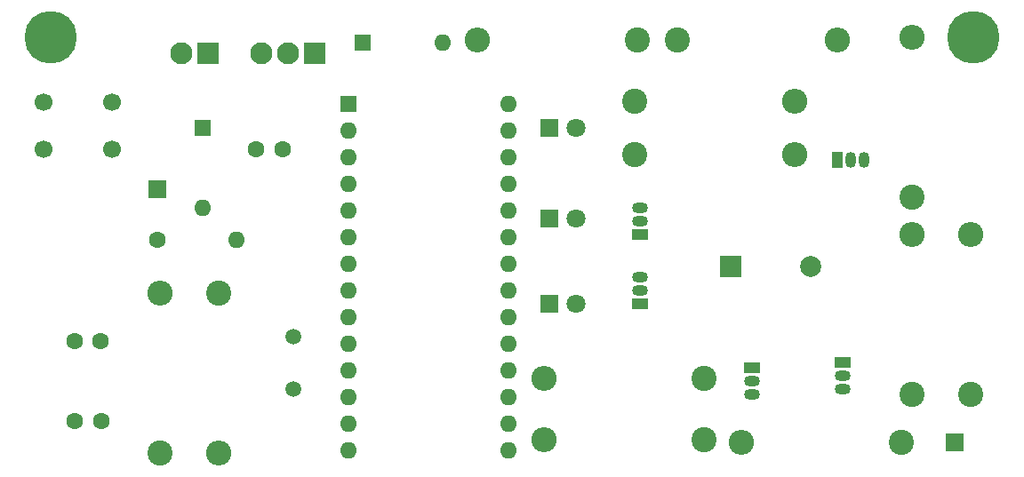
<source format=gbs>
G04 #@! TF.GenerationSoftware,KiCad,Pcbnew,(5.1.5)-3*
G04 #@! TF.CreationDate,2020-05-14T22:33:26-07:00*
G04 #@! TF.ProjectId,circuit_pj,63697263-7569-4745-9f70-6a2e6b696361,rev?*
G04 #@! TF.SameCoordinates,Original*
G04 #@! TF.FileFunction,Soldermask,Bot*
G04 #@! TF.FilePolarity,Negative*
%FSLAX46Y46*%
G04 Gerber Fmt 4.6, Leading zero omitted, Abs format (unit mm)*
G04 Created by KiCad (PCBNEW (5.1.5)-3) date 2020-05-14 22:33:26*
%MOMM*%
%LPD*%
G04 APERTURE LIST*
%ADD10C,1.500000*%
%ADD11O,1.600000X1.600000*%
%ADD12R,1.600000X1.600000*%
%ADD13R,1.700000X1.700000*%
%ADD14C,1.800000*%
%ADD15R,1.800000X1.800000*%
%ADD16C,2.000000*%
%ADD17R,2.000000X2.000000*%
%ADD18C,1.700000*%
%ADD19O,2.400000X2.400000*%
%ADD20C,2.400000*%
%ADD21C,2.100000*%
%ADD22R,2.100000X2.100000*%
%ADD23C,1.600000*%
%ADD24R,1.050000X1.500000*%
%ADD25O,1.050000X1.500000*%
%ADD26R,1.500000X1.050000*%
%ADD27O,1.500000X1.050000*%
%ADD28C,5.000000*%
G04 APERTURE END LIST*
D10*
X117348000Y-111332000D03*
X117348000Y-116332000D03*
D11*
X137864000Y-89138000D03*
X122624000Y-122158000D03*
X137864000Y-91678000D03*
X122624000Y-119618000D03*
X137864000Y-94218000D03*
X122624000Y-117078000D03*
X137864000Y-96758000D03*
X122624000Y-114538000D03*
X137864000Y-99298000D03*
X122624000Y-111998000D03*
X137864000Y-101838000D03*
X122624000Y-109458000D03*
X137864000Y-104378000D03*
X122624000Y-106918000D03*
X137864000Y-106918000D03*
X122624000Y-104378000D03*
X137864000Y-109458000D03*
X122624000Y-101838000D03*
X137864000Y-111998000D03*
X122624000Y-99298000D03*
X137864000Y-114538000D03*
X122624000Y-96758000D03*
X137864000Y-117078000D03*
X122624000Y-94218000D03*
X137864000Y-119618000D03*
X122624000Y-91678000D03*
X137864000Y-122158000D03*
D12*
X122624000Y-89138000D03*
D11*
X131572000Y-83312000D03*
D12*
X123952000Y-83312000D03*
D11*
X108712000Y-99060000D03*
D12*
X108712000Y-91440000D03*
D13*
X104394000Y-97282000D03*
X180340000Y-121412000D03*
D14*
X144272000Y-91440000D03*
D15*
X141732000Y-91440000D03*
D14*
X144272000Y-100076000D03*
D15*
X141732000Y-100076000D03*
D14*
X144272000Y-108204000D03*
D15*
X141732000Y-108204000D03*
D16*
X166604000Y-104648000D03*
D17*
X159004000Y-104648000D03*
D18*
X100076000Y-93472000D03*
X93576000Y-93472000D03*
X100076000Y-88972000D03*
X93576000Y-88972000D03*
D19*
X169164000Y-83058000D03*
D20*
X153924000Y-83058000D03*
D19*
X176276000Y-82804000D03*
D20*
X176276000Y-98044000D03*
D19*
X165100000Y-88900000D03*
D20*
X149860000Y-88900000D03*
D19*
X110236000Y-122428000D03*
D20*
X110236000Y-107188000D03*
D19*
X104648000Y-107188000D03*
D20*
X104648000Y-122428000D03*
D19*
X134874000Y-83058000D03*
D20*
X150114000Y-83058000D03*
D19*
X176276000Y-101600000D03*
D20*
X176276000Y-116840000D03*
D19*
X181864000Y-101600000D03*
D20*
X181864000Y-116840000D03*
D19*
X165100000Y-93980000D03*
D20*
X149860000Y-93980000D03*
D19*
X141224000Y-115316000D03*
D20*
X156464000Y-115316000D03*
D19*
X160020000Y-121412000D03*
D20*
X175260000Y-121412000D03*
X156464000Y-121158000D03*
D19*
X141224000Y-121158000D03*
D21*
X114300000Y-84328000D03*
X116840000Y-84328000D03*
D22*
X119380000Y-84328000D03*
D21*
X106680000Y-84328000D03*
D22*
X109220000Y-84328000D03*
D23*
X96560000Y-119380000D03*
X99060000Y-119380000D03*
X113832000Y-93472000D03*
X116332000Y-93472000D03*
X99020000Y-111760000D03*
X96520000Y-111760000D03*
D11*
X111894000Y-102108000D03*
D23*
X104394000Y-102108000D03*
D24*
X169164000Y-94488000D03*
D25*
X171704000Y-94488000D03*
X170434000Y-94488000D03*
D26*
X169672000Y-113792000D03*
D27*
X169672000Y-116332000D03*
X169672000Y-115062000D03*
D26*
X150368000Y-108204000D03*
D27*
X150368000Y-105664000D03*
X150368000Y-106934000D03*
D26*
X161036000Y-114300000D03*
D27*
X161036000Y-116840000D03*
X161036000Y-115570000D03*
D26*
X150368000Y-101600000D03*
D27*
X150368000Y-99060000D03*
X150368000Y-100330000D03*
D28*
X94234000Y-82804000D03*
X182118000Y-82804000D03*
M02*

</source>
